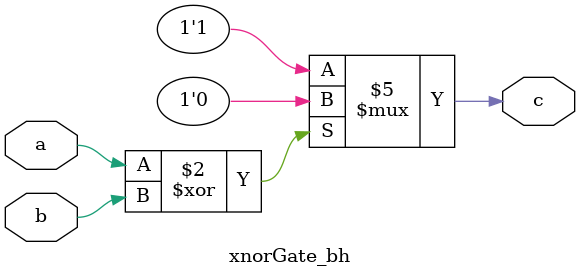
<source format=v>
module xnorGate_bh(input a,b, output reg c);
    always @(*) begin
        if(~(a ^ b))
        c = 1;
        else
        c = 0;
    end
endmodule
</source>
